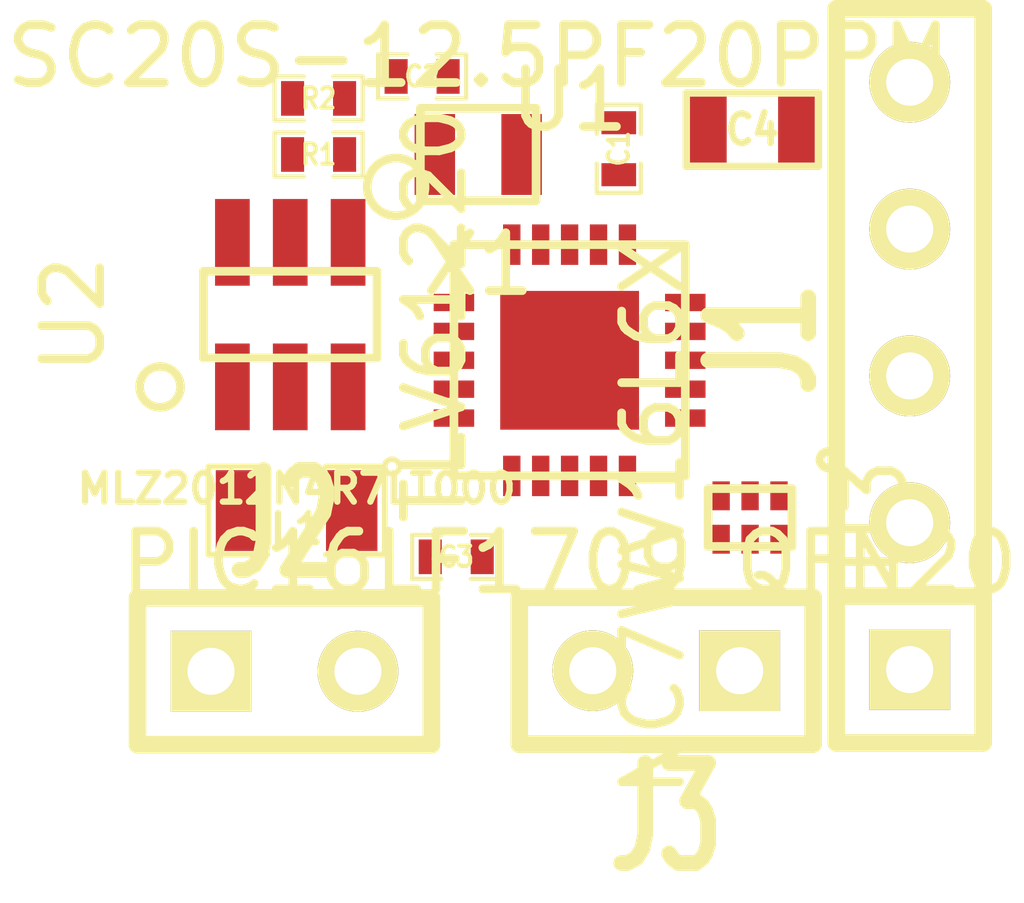
<source format=kicad_pcb>
(kicad_pcb (version 3) (host pcbnew "(2013-may-18)-stable")

  (general
    (links 33)
    (no_connects 33)
    (area 0 0 0 0)
    (thickness 1.6)
    (drawings 0)
    (tracks 0)
    (zones 0)
    (modules 14)
    (nets 15)
  )

  (page A3)
  (layers
    (15 F.Cu signal)
    (0 B.Cu signal)
    (16 B.Adhes user)
    (17 F.Adhes user)
    (18 B.Paste user)
    (19 F.Paste user)
    (20 B.SilkS user)
    (21 F.SilkS user)
    (22 B.Mask user)
    (23 F.Mask user)
    (24 Dwgs.User user)
    (25 Cmts.User user)
    (26 Eco1.User user)
    (27 Eco2.User user)
    (28 Edge.Cuts user)
  )

  (setup
    (last_trace_width 0.254)
    (trace_clearance 0.254)
    (zone_clearance 0.508)
    (zone_45_only no)
    (trace_min 0.254)
    (segment_width 0.2)
    (edge_width 0.1)
    (via_size 0.889)
    (via_drill 0.635)
    (via_min_size 0.889)
    (via_min_drill 0.508)
    (uvia_size 0.508)
    (uvia_drill 0.127)
    (uvias_allowed no)
    (uvia_min_size 0.508)
    (uvia_min_drill 0.127)
    (pcb_text_width 0.3)
    (pcb_text_size 1.5 1.5)
    (mod_edge_width 0.15)
    (mod_text_size 1 1)
    (mod_text_width 0.15)
    (pad_size 0.5 0.3)
    (pad_drill 0)
    (pad_to_mask_clearance 0)
    (aux_axis_origin 0 0)
    (visible_elements FFFE7FBF)
    (pcbplotparams
      (layerselection 3178497)
      (usegerberextensions true)
      (excludeedgelayer true)
      (linewidth 0.150000)
      (plotframeref false)
      (viasonmask false)
      (mode 1)
      (useauxorigin false)
      (hpglpennumber 1)
      (hpglpenspeed 20)
      (hpglpendiameter 15)
      (hpglpenoverlay 2)
      (psnegative false)
      (psa4output false)
      (plotreference true)
      (plotvalue true)
      (plotothertext true)
      (plotinvisibletext false)
      (padsonsilk false)
      (subtractmaskfromsilk false)
      (outputformat 1)
      (mirror false)
      (drillshape 1)
      (scaleselection 1)
      (outputdirectory ""))
  )

  (net 0 "")
  (net 1 /PGC)
  (net 2 /PGD)
  (net 3 /VBATT)
  (net 4 /~MCLR)
  (net 5 GND)
  (net 6 N-000001)
  (net 7 N-0000015)
  (net 8 N-0000017)
  (net 9 N-0000019)
  (net 10 N-0000020)
  (net 11 N-0000024)
  (net 12 N-0000025)
  (net 13 N-000004)
  (net 14 VDD)

  (net_class Default "This is the default net class."
    (clearance 0.254)
    (trace_width 0.254)
    (via_dia 0.889)
    (via_drill 0.635)
    (uvia_dia 0.508)
    (uvia_drill 0.127)
    (add_net "")
    (add_net /PGC)
    (add_net /PGD)
    (add_net /VBATT)
    (add_net /~MCLR)
    (add_net GND)
    (add_net N-000001)
    (add_net N-0000015)
    (add_net N-0000017)
    (add_net N-0000019)
    (add_net N-0000020)
    (add_net N-0000024)
    (add_net N-0000025)
    (add_net N-000004)
    (add_net VDD)
  )

  (module SM0805 (layer F.Cu) (tedit 5091495C) (tstamp 54DAD728)
    (at 187.79 160.57 180)
    (path /54D96C00)
    (attr smd)
    (fp_text reference L1 (at 0 -0.3175 180) (layer F.SilkS)
      (effects (font (size 0.50038 0.50038) (thickness 0.10922)))
    )
    (fp_text value MLZ2012N4R7LT000 (at 0 0.381 180) (layer F.SilkS)
      (effects (font (size 0.50038 0.50038) (thickness 0.10922)))
    )
    (fp_circle (center -1.651 0.762) (end -1.651 0.635) (layer F.SilkS) (width 0.09906))
    (fp_line (start -0.508 0.762) (end -1.524 0.762) (layer F.SilkS) (width 0.09906))
    (fp_line (start -1.524 0.762) (end -1.524 -0.762) (layer F.SilkS) (width 0.09906))
    (fp_line (start -1.524 -0.762) (end -0.508 -0.762) (layer F.SilkS) (width 0.09906))
    (fp_line (start 0.508 -0.762) (end 1.524 -0.762) (layer F.SilkS) (width 0.09906))
    (fp_line (start 1.524 -0.762) (end 1.524 0.762) (layer F.SilkS) (width 0.09906))
    (fp_line (start 1.524 0.762) (end 0.508 0.762) (layer F.SilkS) (width 0.09906))
    (pad 1 smd rect (at -0.9525 0 180) (size 0.889 1.397)
      (layers F.Cu F.Paste F.Mask)
      (net 3 /VBATT)
    )
    (pad 2 smd rect (at 0.9525 0 180) (size 0.889 1.397)
      (layers F.Cu F.Paste F.Mask)
      (net 6 N-000001)
    )
    (model smd/chip_cms.wrl
      (at (xyz 0 0 0))
      (scale (xyz 0.1 0.1 0.1))
      (rotate (xyz 0 0 0))
    )
  )

  (module SM0603 (layer F.Cu) (tedit 4E43A3D1) (tstamp 54DAD732)
    (at 195.67 153.98)
    (path /54D98398)
    (attr smd)
    (fp_text reference C4 (at 0 0) (layer F.SilkS)
      (effects (font (size 0.508 0.4572) (thickness 0.1143)))
    )
    (fp_text value GRM188R60J106ME47D (at 0 0) (layer F.SilkS) hide
      (effects (font (size 0.508 0.4572) (thickness 0.1143)))
    )
    (fp_line (start -1.143 -0.635) (end 1.143 -0.635) (layer F.SilkS) (width 0.127))
    (fp_line (start 1.143 -0.635) (end 1.143 0.635) (layer F.SilkS) (width 0.127))
    (fp_line (start 1.143 0.635) (end -1.143 0.635) (layer F.SilkS) (width 0.127))
    (fp_line (start -1.143 0.635) (end -1.143 -0.635) (layer F.SilkS) (width 0.127))
    (pad 1 smd rect (at -0.762 0) (size 0.635 1.143)
      (layers F.Cu F.Paste F.Mask)
      (net 14 VDD)
    )
    (pad 2 smd rect (at 0.762 0) (size 0.635 1.143)
      (layers F.Cu F.Paste F.Mask)
      (net 5 GND)
    )
    (model smd\resistors\R0603.wrl
      (at (xyz 0 0 0.001))
      (scale (xyz 0.5 0.5 0.5))
      (rotate (xyz 0 0 0))
    )
  )

  (module SM0402 (layer F.Cu) (tedit 50A4E0BA) (tstamp 54DAD73E)
    (at 193.36 154.31 90)
    (path /54D97F10)
    (attr smd)
    (fp_text reference C1 (at 0 0 90) (layer F.SilkS)
      (effects (font (size 0.35052 0.3048) (thickness 0.07112)))
    )
    (fp_text value C (at 0.09906 0 90) (layer F.SilkS) hide
      (effects (font (size 0.35052 0.3048) (thickness 0.07112)))
    )
    (fp_line (start -0.254 -0.381) (end -0.762 -0.381) (layer F.SilkS) (width 0.07112))
    (fp_line (start -0.762 -0.381) (end -0.762 0.381) (layer F.SilkS) (width 0.07112))
    (fp_line (start -0.762 0.381) (end -0.254 0.381) (layer F.SilkS) (width 0.07112))
    (fp_line (start 0.254 -0.381) (end 0.762 -0.381) (layer F.SilkS) (width 0.07112))
    (fp_line (start 0.762 -0.381) (end 0.762 0.381) (layer F.SilkS) (width 0.07112))
    (fp_line (start 0.762 0.381) (end 0.254 0.381) (layer F.SilkS) (width 0.07112))
    (pad 1 smd rect (at -0.44958 0 90) (size 0.39878 0.59944)
      (layers F.Cu F.Paste F.Mask)
      (net 5 GND)
    )
    (pad 2 smd rect (at 0.44958 0 90) (size 0.39878 0.59944)
      (layers F.Cu F.Paste F.Mask)
      (net 12 N-0000025)
    )
    (model smd\chip_cms.wrl
      (at (xyz 0 0 0.002))
      (scale (xyz 0.05 0.05 0.05))
      (rotate (xyz 0 0 0))
    )
  )

  (module SM0402 (layer F.Cu) (tedit 50A4E0BA) (tstamp 54DAD74A)
    (at 189.96 153.06)
    (path /54D97F1D)
    (attr smd)
    (fp_text reference C2 (at 0 0) (layer F.SilkS)
      (effects (font (size 0.35052 0.3048) (thickness 0.07112)))
    )
    (fp_text value C (at 0.09906 0) (layer F.SilkS) hide
      (effects (font (size 0.35052 0.3048) (thickness 0.07112)))
    )
    (fp_line (start -0.254 -0.381) (end -0.762 -0.381) (layer F.SilkS) (width 0.07112))
    (fp_line (start -0.762 -0.381) (end -0.762 0.381) (layer F.SilkS) (width 0.07112))
    (fp_line (start -0.762 0.381) (end -0.254 0.381) (layer F.SilkS) (width 0.07112))
    (fp_line (start 0.254 -0.381) (end 0.762 -0.381) (layer F.SilkS) (width 0.07112))
    (fp_line (start 0.762 -0.381) (end 0.762 0.381) (layer F.SilkS) (width 0.07112))
    (fp_line (start 0.762 0.381) (end 0.254 0.381) (layer F.SilkS) (width 0.07112))
    (pad 1 smd rect (at -0.44958 0) (size 0.39878 0.59944)
      (layers F.Cu F.Paste F.Mask)
      (net 5 GND)
    )
    (pad 2 smd rect (at 0.44958 0) (size 0.39878 0.59944)
      (layers F.Cu F.Paste F.Mask)
      (net 7 N-0000015)
    )
    (model smd\chip_cms.wrl
      (at (xyz 0 0 0.002))
      (scale (xyz 0.05 0.05 0.05))
      (rotate (xyz 0 0 0))
    )
  )

  (module SM0402 (layer F.Cu) (tedit 50A4E0BA) (tstamp 54DAD756)
    (at 188.17 154.41)
    (path /54D982A1)
    (attr smd)
    (fp_text reference R1 (at 0 0) (layer F.SilkS)
      (effects (font (size 0.35052 0.3048) (thickness 0.07112)))
    )
    (fp_text value R (at 0.09906 0) (layer F.SilkS) hide
      (effects (font (size 0.35052 0.3048) (thickness 0.07112)))
    )
    (fp_line (start -0.254 -0.381) (end -0.762 -0.381) (layer F.SilkS) (width 0.07112))
    (fp_line (start -0.762 -0.381) (end -0.762 0.381) (layer F.SilkS) (width 0.07112))
    (fp_line (start -0.762 0.381) (end -0.254 0.381) (layer F.SilkS) (width 0.07112))
    (fp_line (start 0.254 -0.381) (end 0.762 -0.381) (layer F.SilkS) (width 0.07112))
    (fp_line (start 0.762 -0.381) (end 0.762 0.381) (layer F.SilkS) (width 0.07112))
    (fp_line (start 0.762 0.381) (end 0.254 0.381) (layer F.SilkS) (width 0.07112))
    (pad 1 smd rect (at -0.44958 0) (size 0.39878 0.59944)
      (layers F.Cu F.Paste F.Mask)
      (net 14 VDD)
    )
    (pad 2 smd rect (at 0.44958 0) (size 0.39878 0.59944)
      (layers F.Cu F.Paste F.Mask)
      (net 13 N-000004)
    )
    (model smd\chip_cms.wrl
      (at (xyz 0 0 0.002))
      (scale (xyz 0.05 0.05 0.05))
      (rotate (xyz 0 0 0))
    )
  )

  (module SM0402 (layer F.Cu) (tedit 50A4E0BA) (tstamp 54DAD762)
    (at 188.17 153.44 180)
    (path /54D982AE)
    (attr smd)
    (fp_text reference R2 (at 0 0 180) (layer F.SilkS)
      (effects (font (size 0.35052 0.3048) (thickness 0.07112)))
    )
    (fp_text value R (at 0.09906 0 180) (layer F.SilkS) hide
      (effects (font (size 0.35052 0.3048) (thickness 0.07112)))
    )
    (fp_line (start -0.254 -0.381) (end -0.762 -0.381) (layer F.SilkS) (width 0.07112))
    (fp_line (start -0.762 -0.381) (end -0.762 0.381) (layer F.SilkS) (width 0.07112))
    (fp_line (start -0.762 0.381) (end -0.254 0.381) (layer F.SilkS) (width 0.07112))
    (fp_line (start 0.254 -0.381) (end 0.762 -0.381) (layer F.SilkS) (width 0.07112))
    (fp_line (start 0.762 -0.381) (end 0.762 0.381) (layer F.SilkS) (width 0.07112))
    (fp_line (start 0.762 0.381) (end 0.254 0.381) (layer F.SilkS) (width 0.07112))
    (pad 1 smd rect (at -0.44958 0 180) (size 0.39878 0.59944)
      (layers F.Cu F.Paste F.Mask)
      (net 13 N-000004)
    )
    (pad 2 smd rect (at 0.44958 0 180) (size 0.39878 0.59944)
      (layers F.Cu F.Paste F.Mask)
      (net 5 GND)
    )
    (model smd\chip_cms.wrl
      (at (xyz 0 0 0.002))
      (scale (xyz 0.05 0.05 0.05))
      (rotate (xyz 0 0 0))
    )
  )

  (module SM0402 (layer F.Cu) (tedit 50A4E0BA) (tstamp 54DAD76E)
    (at 190.55 161.37)
    (path /54D98453)
    (attr smd)
    (fp_text reference C3 (at 0 0) (layer F.SilkS)
      (effects (font (size 0.35052 0.3048) (thickness 0.07112)))
    )
    (fp_text value 0.1u (at 0.09906 0) (layer F.SilkS) hide
      (effects (font (size 0.35052 0.3048) (thickness 0.07112)))
    )
    (fp_line (start -0.254 -0.381) (end -0.762 -0.381) (layer F.SilkS) (width 0.07112))
    (fp_line (start -0.762 -0.381) (end -0.762 0.381) (layer F.SilkS) (width 0.07112))
    (fp_line (start -0.762 0.381) (end -0.254 0.381) (layer F.SilkS) (width 0.07112))
    (fp_line (start 0.254 -0.381) (end 0.762 -0.381) (layer F.SilkS) (width 0.07112))
    (fp_line (start 0.762 -0.381) (end 0.762 0.381) (layer F.SilkS) (width 0.07112))
    (fp_line (start 0.762 0.381) (end 0.254 0.381) (layer F.SilkS) (width 0.07112))
    (pad 1 smd rect (at -0.44958 0) (size 0.39878 0.59944)
      (layers F.Cu F.Paste F.Mask)
      (net 3 /VBATT)
    )
    (pad 2 smd rect (at 0.44958 0) (size 0.39878 0.59944)
      (layers F.Cu F.Paste F.Mask)
      (net 5 GND)
    )
    (model smd\chip_cms.wrl
      (at (xyz 0 0 0.002))
      (scale (xyz 0.05 0.05 0.05))
      (rotate (xyz 0 0 0))
    )
  )

  (module SIL-5 (layer F.Cu) (tedit 200000) (tstamp 54DAD77C)
    (at 198.39 156.97 90)
    (descr "Connecteur 5 pins")
    (tags "CONN DEV")
    (path /54D97D86)
    (fp_text reference J1 (at -0.635 -2.54 90) (layer F.SilkS)
      (effects (font (size 1.72974 1.08712) (thickness 0.3048)))
    )
    (fp_text value CONN_5 (at 0 -2.54 90) (layer F.SilkS) hide
      (effects (font (size 1.524 1.016) (thickness 0.3048)))
    )
    (fp_line (start -7.62 1.27) (end -7.62 -1.27) (layer F.SilkS) (width 0.3048))
    (fp_line (start -7.62 -1.27) (end 5.08 -1.27) (layer F.SilkS) (width 0.3048))
    (fp_line (start 5.08 -1.27) (end 5.08 1.27) (layer F.SilkS) (width 0.3048))
    (fp_line (start 5.08 1.27) (end -7.62 1.27) (layer F.SilkS) (width 0.3048))
    (fp_line (start -5.08 1.27) (end -5.08 -1.27) (layer F.SilkS) (width 0.3048))
    (pad 1 thru_hole rect (at -6.35 0 90) (size 1.397 1.397) (drill 0.8128)
      (layers *.Cu *.Mask F.SilkS)
      (net 5 GND)
    )
    (pad 2 thru_hole circle (at -3.81 0 90) (size 1.397 1.397) (drill 0.8128)
      (layers *.Cu *.Mask F.SilkS)
      (net 14 VDD)
    )
    (pad 3 thru_hole circle (at -1.27 0 90) (size 1.397 1.397) (drill 0.8128)
      (layers *.Cu *.Mask F.SilkS)
      (net 2 /PGD)
    )
    (pad 4 thru_hole circle (at 1.27 0 90) (size 1.397 1.397) (drill 0.8128)
      (layers *.Cu *.Mask F.SilkS)
      (net 1 /PGC)
    )
    (pad 5 thru_hole circle (at 3.81 0 90) (size 1.397 1.397) (drill 0.8128)
      (layers *.Cu *.Mask F.SilkS)
      (net 4 /~MCLR)
    )
  )

  (module SIL-2 (layer F.Cu) (tedit 200000) (tstamp 54DAD786)
    (at 194.18 163.34 180)
    (descr "Connecteurs 2 pins")
    (tags "CONN DEV")
    (path /54D97E15)
    (fp_text reference J3 (at 0 -2.54 180) (layer F.SilkS)
      (effects (font (size 1.72974 1.08712) (thickness 0.3048)))
    )
    (fp_text value CONN_2 (at 0 -2.54 180) (layer F.SilkS) hide
      (effects (font (size 1.524 1.016) (thickness 0.3048)))
    )
    (fp_line (start -2.54 1.27) (end -2.54 -1.27) (layer F.SilkS) (width 0.3048))
    (fp_line (start -2.54 -1.27) (end 2.54 -1.27) (layer F.SilkS) (width 0.3048))
    (fp_line (start 2.54 -1.27) (end 2.54 1.27) (layer F.SilkS) (width 0.3048))
    (fp_line (start 2.54 1.27) (end -2.54 1.27) (layer F.SilkS) (width 0.3048))
    (pad 1 thru_hole rect (at -1.27 0 180) (size 1.397 1.397) (drill 0.8128)
      (layers *.Cu *.Mask F.SilkS)
      (net 11 N-0000024)
    )
    (pad 2 thru_hole circle (at 1.27 0 180) (size 1.397 1.397) (drill 0.8128)
      (layers *.Cu *.Mask F.SilkS)
      (net 10 N-0000020)
    )
  )

  (module SIL-2 (layer F.Cu) (tedit 200000) (tstamp 54DAD790)
    (at 187.58 163.35)
    (descr "Connecteurs 2 pins")
    (tags "CONN DEV")
    (path /54D98BA1)
    (fp_text reference J2 (at 0 -2.54) (layer F.SilkS)
      (effects (font (size 1.72974 1.08712) (thickness 0.3048)))
    )
    (fp_text value CONN_2 (at 0 -2.54) (layer F.SilkS) hide
      (effects (font (size 1.524 1.016) (thickness 0.3048)))
    )
    (fp_line (start -2.54 1.27) (end -2.54 -1.27) (layer F.SilkS) (width 0.3048))
    (fp_line (start -2.54 -1.27) (end 2.54 -1.27) (layer F.SilkS) (width 0.3048))
    (fp_line (start 2.54 -1.27) (end 2.54 1.27) (layer F.SilkS) (width 0.3048))
    (fp_line (start 2.54 1.27) (end -2.54 1.27) (layer F.SilkS) (width 0.3048))
    (pad 1 thru_hole rect (at -1.27 0) (size 1.397 1.397) (drill 0.8128)
      (layers *.Cu *.Mask F.SilkS)
      (net 5 GND)
    )
    (pad 2 thru_hole circle (at 1.27 0) (size 1.397 1.397) (drill 0.8128)
      (layers *.Cu *.Mask F.SilkS)
      (net 3 /VBATT)
    )
  )

  (module SC-20S (layer F.Cu) (tedit 54DAD6A1) (tstamp 54DAD79A)
    (at 190.93 154.41 180)
    (path /54D97E76)
    (fp_text reference X1 (at 0 -1.9 180) (layer F.SilkS)
      (effects (font (size 1 1) (thickness 0.15)))
    )
    (fp_text value SC20S-12.5PF20PPM (at 0 1.7 180) (layer F.SilkS)
      (effects (font (size 1 1) (thickness 0.15)))
    )
    (fp_line (start -1 -0.8) (end 1 -0.8) (layer F.SilkS) (width 0.15))
    (fp_line (start 1 -0.8) (end 1 0.8) (layer F.SilkS) (width 0.15))
    (fp_line (start 1 0.8) (end -1 0.8) (layer F.SilkS) (width 0.15))
    (fp_line (start -1 0.8) (end -1 -0.8) (layer F.SilkS) (width 0.15))
    (pad 2 smd rect (at -0.75 0 180) (size 0.7 1.4)
      (layers F.Cu F.Paste F.Mask)
      (net 12 N-0000025)
    )
    (pad 1 smd rect (at 0.75 0 180) (size 0.7 1.4)
      (layers F.Cu F.Paste F.Mask)
      (net 7 N-0000015)
    )
  )

  (module PIC_QFN20 (layer F.Cu) (tedit 54DAD75A) (tstamp 54DAD7B8)
    (at 192.51 157.97)
    (path /54D97B0C)
    (fp_text reference U1 (at 0 -4.5) (layer F.SilkS)
      (effects (font (size 1 1) (thickness 0.15)))
    )
    (fp_text value PIC16LF1709_QFN20 (at 0 3.5) (layer F.SilkS)
      (effects (font (size 1 1) (thickness 0.15)))
    )
    (fp_line (start -2 -2) (end 2 -2) (layer F.SilkS) (width 0.15))
    (fp_line (start 2 -2) (end 2 2) (layer F.SilkS) (width 0.15))
    (fp_line (start 2 2) (end -2 2) (layer F.SilkS) (width 0.15))
    (fp_line (start -2 2) (end -2 -2) (layer F.SilkS) (width 0.15))
    (fp_circle (center -3 -3) (end -3 -2.5) (layer F.SilkS) (width 0.15))
    (pad 20 smd rect (at -1 -2 180) (size 0.3 0.7)
      (layers F.Cu F.Paste F.Mask)
      (net 7 N-0000015)
    )
    (pad 19 smd rect (at -0.5 -2 180) (size 0.3 0.7)
      (layers F.Cu F.Paste F.Mask)
      (net 12 N-0000025)
    )
    (pad 17 smd rect (at 0.5 -2 180) (size 0.3 0.7)
      (layers F.Cu F.Paste F.Mask)
      (net 5 GND)
    )
    (pad 18 smd rect (at 0 -2 180) (size 0.3 0.7)
      (layers F.Cu F.Paste F.Mask)
      (net 14 VDD)
    )
    (pad 16 smd rect (at 1 -2 180) (size 0.3 0.7)
      (layers F.Cu F.Paste F.Mask)
      (net 2 /PGD)
    )
    (pad 10 smd rect (at 1 2 180) (size 0.3 0.7)
      (layers F.Cu F.Paste F.Mask)
    )
    (pad 8 smd rect (at 0 2 180) (size 0.3 0.7)
      (layers F.Cu F.Paste F.Mask)
    )
    (pad 9 smd rect (at 0.5 2 180) (size 0.3 0.7)
      (layers F.Cu F.Paste F.Mask)
    )
    (pad 7 smd rect (at -0.5 2 180) (size 0.3 0.7)
      (layers F.Cu F.Paste F.Mask)
    )
    (pad 6 smd rect (at -1 2 180) (size 0.3 0.7)
      (layers F.Cu F.Paste F.Mask)
    )
    (pad 15 smd rect (at 2 -1 90) (size 0.3 0.7)
      (layers F.Cu F.Paste F.Mask)
      (net 1 /PGC)
    )
    (pad 14 smd rect (at 2 -0.5 90) (size 0.3 0.7)
      (layers F.Cu F.Paste F.Mask)
    )
    (pad 12 smd rect (at 2 0.5 90) (size 0.3 0.7)
      (layers F.Cu F.Paste F.Mask)
      (net 9 N-0000019)
    )
    (pad 13 smd rect (at 2 0 90) (size 0.3 0.7)
      (layers F.Cu F.Paste F.Mask)
      (net 8 N-0000017)
    )
    (pad 11 smd rect (at 2 1 90) (size 0.3 0.7)
      (layers F.Cu F.Paste F.Mask)
    )
    (pad 5 smd rect (at -2 1 90) (size 0.3 0.7)
      (layers F.Cu F.Paste F.Mask)
    )
    (pad 3 smd rect (at -2 0 90) (size 0.3 0.7)
      (layers F.Cu F.Paste F.Mask)
    )
    (pad 4 smd rect (at -2 0.5 90) (size 0.3 0.7)
      (layers F.Cu F.Paste F.Mask)
    )
    (pad 2 smd rect (at -2 -0.5 90) (size 0.3 0.7)
      (layers F.Cu F.Paste F.Mask)
    )
    (pad 1 smd rect (at -2 -1 90) (size 0.3 0.7)
      (layers F.Cu F.Paste F.Mask)
      (net 4 /~MCLR)
    )
    (pad PAD smd rect (at 0 0 180) (size 2.4 2.4)
      (layers F.Cu F.Paste F.Mask)
      (net 5 GND)
    )
  )

  (module TLV61220_TSOT23 (layer F.Cu) (tedit 54DAD7C8) (tstamp 54DAD71B)
    (at 187.68 157.18 90)
    (path /54D98149)
    (fp_text reference U2 (at 0 -3.75 90) (layer F.SilkS)
      (effects (font (size 1 1) (thickness 0.15)))
    )
    (fp_text value TLV61220 (at 0 2.5 90) (layer F.SilkS)
      (effects (font (size 1 1) (thickness 0.15)))
    )
    (fp_circle (center -1.25 -2.25) (end -1 -2) (layer F.SilkS) (width 0.15))
    (fp_line (start -0.75 -1.5) (end -0.75 1.5) (layer F.SilkS) (width 0.15))
    (fp_line (start -0.75 1.5) (end 0.75 1.5) (layer F.SilkS) (width 0.15))
    (fp_line (start 0.75 1.5) (end 0.75 -1.5) (layer F.SilkS) (width 0.15))
    (fp_line (start 0.75 -1.5) (end -0.75 -1.5) (layer F.SilkS) (width 0.15))
    (pad 6 smd rect (at 1.25 -1) (size 0.6 1.5)
      (layers F.Cu F.Paste F.Mask)
      (net 3 /VBATT)
    )
    (pad 5 smd rect (at 1.25 0) (size 0.6 1.5)
      (layers F.Cu F.Paste F.Mask)
      (net 14 VDD)
    )
    (pad 4 smd rect (at 1.25 1) (size 0.6 1.5)
      (layers F.Cu F.Paste F.Mask)
      (net 13 N-000004)
    )
    (pad 3 smd rect (at -1.25 1) (size 0.6 1.5)
      (layers F.Cu F.Paste F.Mask)
      (net 3 /VBATT)
    )
    (pad 2 smd rect (at -1.25 0) (size 0.6 1.5)
      (layers F.Cu F.Paste F.Mask)
      (net 5 GND)
    )
    (pad 1 smd rect (at -1.25 -1) (size 0.6 1.5)
      (layers F.Cu F.Paste F.Mask)
      (net 6 N-000001)
    )
  )

  (module NC7WV16_MICROPAK (layer F.Cu) (tedit 54DAD8BE) (tstamp 54DAD7C7)
    (at 195.63 160.69 270)
    (path /54D812F4)
    (fp_text reference U3 (at 0 -2.175 270) (layer F.SilkS)
      (effects (font (size 1 1) (thickness 0.15)))
    )
    (fp_text value NC7WV16L6X (at 0 1.675 270) (layer F.SilkS)
      (effects (font (size 1 1) (thickness 0.15)))
    )
    (fp_circle (center -1 -1.35) (end -0.9 -1.25) (layer F.SilkS) (width 0.15))
    (fp_line (start -0.5 -0.725) (end 0.5 -0.725) (layer F.SilkS) (width 0.15))
    (fp_line (start 0.5 -0.725) (end 0.5 0.725) (layer F.SilkS) (width 0.15))
    (fp_line (start 0.5 0.725) (end -0.5 0.725) (layer F.SilkS) (width 0.15))
    (fp_line (start -0.5 0.725) (end -0.5 -0.725) (layer F.SilkS) (width 0.15))
    (pad Y1 smd rect (at 0.375 -0.5 270) (size 0.5 0.3)
      (layers F.Cu F.Paste F.Mask)
      (net 11 N-0000024)
    )
    (pad VDD smd rect (at 0.375 0 270) (size 0.5 0.3)
      (layers F.Cu F.Paste F.Mask)
      (net 3 /VBATT)
    )
    (pad Y2 smd rect (at 0.375 0.5 270) (size 0.5 0.3)
      (layers F.Cu F.Paste F.Mask)
      (net 10 N-0000020)
    )
    (pad A2 smd rect (at -0.375 0.5 270) (size 0.5 0.3)
      (layers F.Cu F.Paste F.Mask)
      (net 9 N-0000019)
    )
    (pad GND smd rect (at -0.375 0 270) (size 0.5 0.3)
      (layers F.Cu F.Paste F.Mask)
      (net 5 GND)
    )
    (pad A1 smd rect (at -0.375 -0.5 270) (size 0.5 0.3)
      (layers F.Cu F.Paste F.Mask)
      (net 8 N-0000017)
    )
  )

)

</source>
